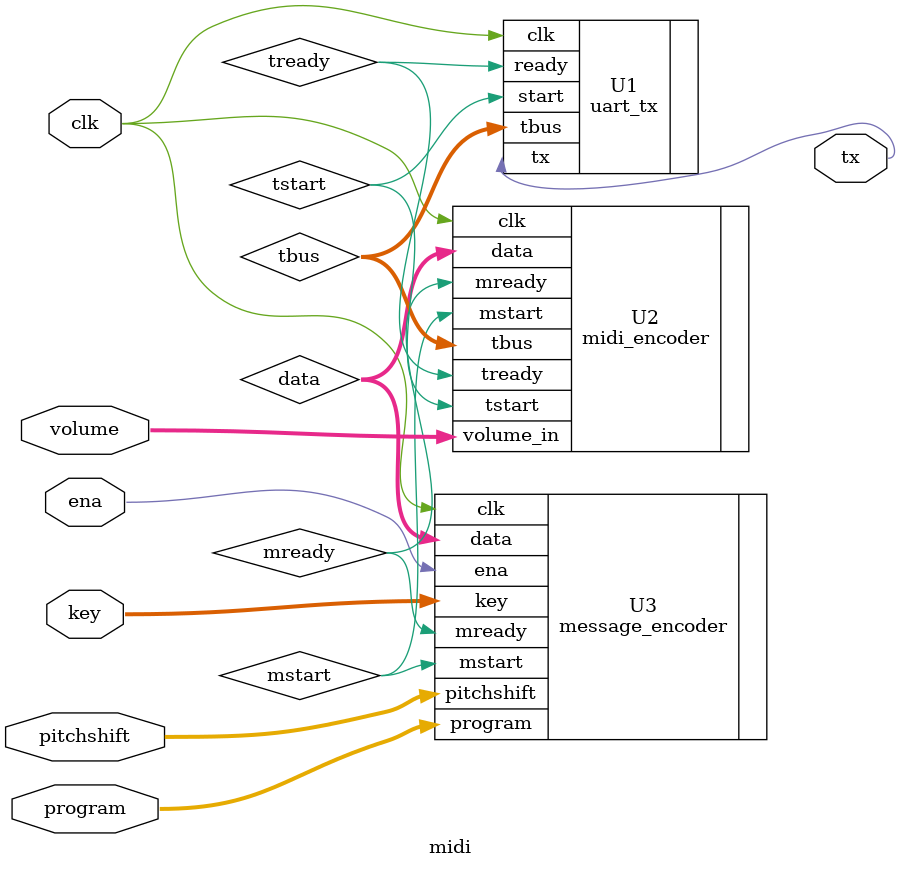
<source format=v>
`timescale 1ns / 1ps


module midi(
input clk,
input [9:0] key,
input ena,
input [7:0] volume,
input [6:0] program,
input [4:0] pitchshift,
output tx
    );
    
    wire tready, tstart, mready, mstart;
    wire [7:0] data;
    wire [7:0] tbus;
    
    message_encoder U3 (.clk(clk), .ena(ena), .key(key), .pitchshift(pitchshift), .program(program), .mstart(mstart), .mready(mready), .data(data));
    
    midi_encoder U2 (.volume_in(volume), .tbus(tbus), .tready(tready), .tstart(tstart), .data(data), .mstart(mstart), .mready(mready), .clk(clk));
    
    uart_tx U1 (.clk(clk), .start(tstart), .tbus(tbus), .tx(tx), .ready(tready));
endmodule

</source>
